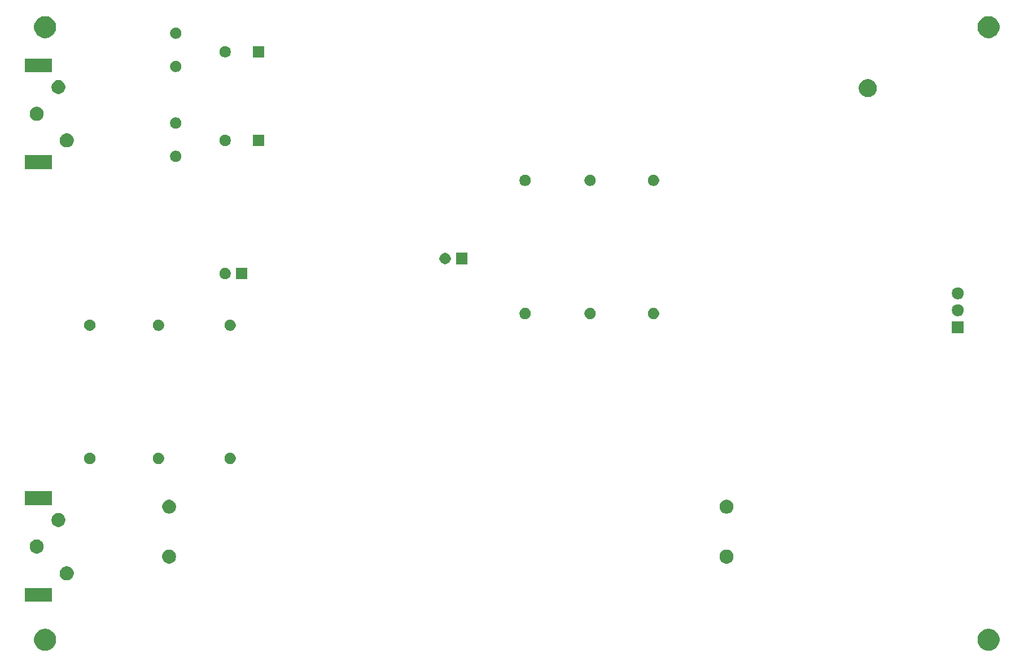
<source format=gbr>
G04 #@! TF.GenerationSoftware,KiCad,Pcbnew,(5.1.5-0)*
G04 #@! TF.CreationDate,2020-11-01T19:49:13+01:00*
G04 #@! TF.ProjectId,Phono preamp,50686f6e-6f20-4707-9265-616d702e6b69,rev?*
G04 #@! TF.SameCoordinates,Original*
G04 #@! TF.FileFunction,Soldermask,Bot*
G04 #@! TF.FilePolarity,Negative*
%FSLAX46Y46*%
G04 Gerber Fmt 4.6, Leading zero omitted, Abs format (unit mm)*
G04 Created by KiCad (PCBNEW (5.1.5-0)) date 2020-11-01 19:49:13*
%MOMM*%
%LPD*%
G04 APERTURE LIST*
%ADD10C,0.100000*%
G04 APERTURE END LIST*
D10*
G36*
X205875256Y-158391298D02*
G01*
X205981579Y-158412447D01*
X206282042Y-158536903D01*
X206552451Y-158717585D01*
X206782415Y-158947549D01*
X206963097Y-159217958D01*
X207087553Y-159518421D01*
X207151000Y-159837391D01*
X207151000Y-160162609D01*
X207087553Y-160481579D01*
X206963097Y-160782042D01*
X206782415Y-161052451D01*
X206552451Y-161282415D01*
X206282042Y-161463097D01*
X205981579Y-161587553D01*
X205875256Y-161608702D01*
X205662611Y-161651000D01*
X205337389Y-161651000D01*
X205124744Y-161608702D01*
X205018421Y-161587553D01*
X204717958Y-161463097D01*
X204447549Y-161282415D01*
X204217585Y-161052451D01*
X204036903Y-160782042D01*
X203912447Y-160481579D01*
X203849000Y-160162609D01*
X203849000Y-159837391D01*
X203912447Y-159518421D01*
X204036903Y-159217958D01*
X204217585Y-158947549D01*
X204447549Y-158717585D01*
X204717958Y-158536903D01*
X205018421Y-158412447D01*
X205124744Y-158391298D01*
X205337389Y-158349000D01*
X205662611Y-158349000D01*
X205875256Y-158391298D01*
G37*
G36*
X64375256Y-158391298D02*
G01*
X64481579Y-158412447D01*
X64782042Y-158536903D01*
X65052451Y-158717585D01*
X65282415Y-158947549D01*
X65463097Y-159217958D01*
X65587553Y-159518421D01*
X65651000Y-159837391D01*
X65651000Y-160162609D01*
X65587553Y-160481579D01*
X65463097Y-160782042D01*
X65282415Y-161052451D01*
X65052451Y-161282415D01*
X64782042Y-161463097D01*
X64481579Y-161587553D01*
X64375256Y-161608702D01*
X64162611Y-161651000D01*
X63837389Y-161651000D01*
X63624744Y-161608702D01*
X63518421Y-161587553D01*
X63217958Y-161463097D01*
X62947549Y-161282415D01*
X62717585Y-161052451D01*
X62536903Y-160782042D01*
X62412447Y-160481579D01*
X62349000Y-160162609D01*
X62349000Y-159837391D01*
X62412447Y-159518421D01*
X62536903Y-159217958D01*
X62717585Y-158947549D01*
X62947549Y-158717585D01*
X63217958Y-158536903D01*
X63518421Y-158412447D01*
X63624744Y-158391298D01*
X63837389Y-158349000D01*
X64162611Y-158349000D01*
X64375256Y-158391298D01*
G37*
G36*
X65051000Y-154301000D02*
G01*
X60949000Y-154301000D01*
X60949000Y-152199000D01*
X65051000Y-152199000D01*
X65051000Y-154301000D01*
G37*
G36*
X67556564Y-148989389D02*
G01*
X67747833Y-149068615D01*
X67747835Y-149068616D01*
X67919973Y-149183635D01*
X68066365Y-149330027D01*
X68181385Y-149502167D01*
X68260611Y-149693436D01*
X68301000Y-149896484D01*
X68301000Y-150103516D01*
X68260611Y-150306564D01*
X68181385Y-150497833D01*
X68181384Y-150497835D01*
X68066365Y-150669973D01*
X67919973Y-150816365D01*
X67747835Y-150931384D01*
X67747834Y-150931385D01*
X67747833Y-150931385D01*
X67556564Y-151010611D01*
X67353516Y-151051000D01*
X67146484Y-151051000D01*
X66943436Y-151010611D01*
X66752167Y-150931385D01*
X66752166Y-150931385D01*
X66752165Y-150931384D01*
X66580027Y-150816365D01*
X66433635Y-150669973D01*
X66318616Y-150497835D01*
X66318615Y-150497833D01*
X66239389Y-150306564D01*
X66199000Y-150103516D01*
X66199000Y-149896484D01*
X66239389Y-149693436D01*
X66318615Y-149502167D01*
X66433635Y-149330027D01*
X66580027Y-149183635D01*
X66752165Y-149068616D01*
X66752167Y-149068615D01*
X66943436Y-148989389D01*
X67146484Y-148949000D01*
X67353516Y-148949000D01*
X67556564Y-148989389D01*
G37*
G36*
X166506564Y-146489389D02*
G01*
X166697833Y-146568615D01*
X166697835Y-146568616D01*
X166869973Y-146683635D01*
X167016365Y-146830027D01*
X167084090Y-146931384D01*
X167131385Y-147002167D01*
X167210611Y-147193436D01*
X167251000Y-147396484D01*
X167251000Y-147603516D01*
X167210611Y-147806564D01*
X167131385Y-147997833D01*
X167131384Y-147997835D01*
X167016365Y-148169973D01*
X166869973Y-148316365D01*
X166697835Y-148431384D01*
X166697834Y-148431385D01*
X166697833Y-148431385D01*
X166506564Y-148510611D01*
X166303516Y-148551000D01*
X166096484Y-148551000D01*
X165893436Y-148510611D01*
X165702167Y-148431385D01*
X165702166Y-148431385D01*
X165702165Y-148431384D01*
X165530027Y-148316365D01*
X165383635Y-148169973D01*
X165268616Y-147997835D01*
X165268615Y-147997833D01*
X165189389Y-147806564D01*
X165149000Y-147603516D01*
X165149000Y-147396484D01*
X165189389Y-147193436D01*
X165268615Y-147002167D01*
X165315911Y-146931384D01*
X165383635Y-146830027D01*
X165530027Y-146683635D01*
X165702165Y-146568616D01*
X165702167Y-146568615D01*
X165893436Y-146489389D01*
X166096484Y-146449000D01*
X166303516Y-146449000D01*
X166506564Y-146489389D01*
G37*
G36*
X82906564Y-146489389D02*
G01*
X83097833Y-146568615D01*
X83097835Y-146568616D01*
X83269973Y-146683635D01*
X83416365Y-146830027D01*
X83484090Y-146931384D01*
X83531385Y-147002167D01*
X83610611Y-147193436D01*
X83651000Y-147396484D01*
X83651000Y-147603516D01*
X83610611Y-147806564D01*
X83531385Y-147997833D01*
X83531384Y-147997835D01*
X83416365Y-148169973D01*
X83269973Y-148316365D01*
X83097835Y-148431384D01*
X83097834Y-148431385D01*
X83097833Y-148431385D01*
X82906564Y-148510611D01*
X82703516Y-148551000D01*
X82496484Y-148551000D01*
X82293436Y-148510611D01*
X82102167Y-148431385D01*
X82102166Y-148431385D01*
X82102165Y-148431384D01*
X81930027Y-148316365D01*
X81783635Y-148169973D01*
X81668616Y-147997835D01*
X81668615Y-147997833D01*
X81589389Y-147806564D01*
X81549000Y-147603516D01*
X81549000Y-147396484D01*
X81589389Y-147193436D01*
X81668615Y-147002167D01*
X81715911Y-146931384D01*
X81783635Y-146830027D01*
X81930027Y-146683635D01*
X82102165Y-146568616D01*
X82102167Y-146568615D01*
X82293436Y-146489389D01*
X82496484Y-146449000D01*
X82703516Y-146449000D01*
X82906564Y-146489389D01*
G37*
G36*
X63056564Y-144989389D02*
G01*
X63247833Y-145068615D01*
X63247835Y-145068616D01*
X63419973Y-145183635D01*
X63566365Y-145330027D01*
X63681385Y-145502167D01*
X63760611Y-145693436D01*
X63801000Y-145896484D01*
X63801000Y-146103516D01*
X63760611Y-146306564D01*
X63684882Y-146489390D01*
X63681384Y-146497835D01*
X63566365Y-146669973D01*
X63419973Y-146816365D01*
X63247835Y-146931384D01*
X63247834Y-146931385D01*
X63247833Y-146931385D01*
X63056564Y-147010611D01*
X62853516Y-147051000D01*
X62646484Y-147051000D01*
X62443436Y-147010611D01*
X62252167Y-146931385D01*
X62252166Y-146931385D01*
X62252165Y-146931384D01*
X62080027Y-146816365D01*
X61933635Y-146669973D01*
X61818616Y-146497835D01*
X61815118Y-146489390D01*
X61739389Y-146306564D01*
X61699000Y-146103516D01*
X61699000Y-145896484D01*
X61739389Y-145693436D01*
X61818615Y-145502167D01*
X61933635Y-145330027D01*
X62080027Y-145183635D01*
X62252165Y-145068616D01*
X62252167Y-145068615D01*
X62443436Y-144989389D01*
X62646484Y-144949000D01*
X62853516Y-144949000D01*
X63056564Y-144989389D01*
G37*
G36*
X66306564Y-140989389D02*
G01*
X66497833Y-141068615D01*
X66497835Y-141068616D01*
X66669973Y-141183635D01*
X66816365Y-141330027D01*
X66931385Y-141502167D01*
X67010611Y-141693436D01*
X67051000Y-141896484D01*
X67051000Y-142103516D01*
X67010611Y-142306564D01*
X66931385Y-142497833D01*
X66931384Y-142497835D01*
X66816365Y-142669973D01*
X66669973Y-142816365D01*
X66497835Y-142931384D01*
X66497834Y-142931385D01*
X66497833Y-142931385D01*
X66306564Y-143010611D01*
X66103516Y-143051000D01*
X65896484Y-143051000D01*
X65693436Y-143010611D01*
X65502167Y-142931385D01*
X65502166Y-142931385D01*
X65502165Y-142931384D01*
X65330027Y-142816365D01*
X65183635Y-142669973D01*
X65068616Y-142497835D01*
X65068615Y-142497833D01*
X64989389Y-142306564D01*
X64949000Y-142103516D01*
X64949000Y-141896484D01*
X64989389Y-141693436D01*
X65068615Y-141502167D01*
X65183635Y-141330027D01*
X65330027Y-141183635D01*
X65502165Y-141068616D01*
X65502167Y-141068615D01*
X65693436Y-140989389D01*
X65896484Y-140949000D01*
X66103516Y-140949000D01*
X66306564Y-140989389D01*
G37*
G36*
X166506564Y-138989389D02*
G01*
X166697833Y-139068615D01*
X166697835Y-139068616D01*
X166869973Y-139183635D01*
X167016365Y-139330027D01*
X167131385Y-139502167D01*
X167210611Y-139693436D01*
X167251000Y-139896484D01*
X167251000Y-140103516D01*
X167210611Y-140306564D01*
X167131385Y-140497833D01*
X167131384Y-140497835D01*
X167016365Y-140669973D01*
X166869973Y-140816365D01*
X166697835Y-140931384D01*
X166697834Y-140931385D01*
X166697833Y-140931385D01*
X166506564Y-141010611D01*
X166303516Y-141051000D01*
X166096484Y-141051000D01*
X165893436Y-141010611D01*
X165702167Y-140931385D01*
X165702166Y-140931385D01*
X165702165Y-140931384D01*
X165530027Y-140816365D01*
X165383635Y-140669973D01*
X165268616Y-140497835D01*
X165268615Y-140497833D01*
X165189389Y-140306564D01*
X165149000Y-140103516D01*
X165149000Y-139896484D01*
X165189389Y-139693436D01*
X165268615Y-139502167D01*
X165383635Y-139330027D01*
X165530027Y-139183635D01*
X165702165Y-139068616D01*
X165702167Y-139068615D01*
X165893436Y-138989389D01*
X166096484Y-138949000D01*
X166303516Y-138949000D01*
X166506564Y-138989389D01*
G37*
G36*
X82906564Y-138989389D02*
G01*
X83097833Y-139068615D01*
X83097835Y-139068616D01*
X83269973Y-139183635D01*
X83416365Y-139330027D01*
X83531385Y-139502167D01*
X83610611Y-139693436D01*
X83651000Y-139896484D01*
X83651000Y-140103516D01*
X83610611Y-140306564D01*
X83531385Y-140497833D01*
X83531384Y-140497835D01*
X83416365Y-140669973D01*
X83269973Y-140816365D01*
X83097835Y-140931384D01*
X83097834Y-140931385D01*
X83097833Y-140931385D01*
X82906564Y-141010611D01*
X82703516Y-141051000D01*
X82496484Y-141051000D01*
X82293436Y-141010611D01*
X82102167Y-140931385D01*
X82102166Y-140931385D01*
X82102165Y-140931384D01*
X81930027Y-140816365D01*
X81783635Y-140669973D01*
X81668616Y-140497835D01*
X81668615Y-140497833D01*
X81589389Y-140306564D01*
X81549000Y-140103516D01*
X81549000Y-139896484D01*
X81589389Y-139693436D01*
X81668615Y-139502167D01*
X81783635Y-139330027D01*
X81930027Y-139183635D01*
X82102165Y-139068616D01*
X82102167Y-139068615D01*
X82293436Y-138989389D01*
X82496484Y-138949000D01*
X82703516Y-138949000D01*
X82906564Y-138989389D01*
G37*
G36*
X65051000Y-139801000D02*
G01*
X60949000Y-139801000D01*
X60949000Y-137699000D01*
X65051000Y-137699000D01*
X65051000Y-139801000D01*
G37*
G36*
X70948228Y-131931703D02*
G01*
X71103100Y-131995853D01*
X71242481Y-132088985D01*
X71361015Y-132207519D01*
X71454147Y-132346900D01*
X71518297Y-132501772D01*
X71551000Y-132666184D01*
X71551000Y-132833816D01*
X71518297Y-132998228D01*
X71454147Y-133153100D01*
X71361015Y-133292481D01*
X71242481Y-133411015D01*
X71103100Y-133504147D01*
X70948228Y-133568297D01*
X70783816Y-133601000D01*
X70616184Y-133601000D01*
X70451772Y-133568297D01*
X70296900Y-133504147D01*
X70157519Y-133411015D01*
X70038985Y-133292481D01*
X69945853Y-133153100D01*
X69881703Y-132998228D01*
X69849000Y-132833816D01*
X69849000Y-132666184D01*
X69881703Y-132501772D01*
X69945853Y-132346900D01*
X70038985Y-132207519D01*
X70157519Y-132088985D01*
X70296900Y-131995853D01*
X70451772Y-131931703D01*
X70616184Y-131899000D01*
X70783816Y-131899000D01*
X70948228Y-131931703D01*
G37*
G36*
X81248228Y-131931703D02*
G01*
X81403100Y-131995853D01*
X81542481Y-132088985D01*
X81661015Y-132207519D01*
X81754147Y-132346900D01*
X81818297Y-132501772D01*
X81851000Y-132666184D01*
X81851000Y-132833816D01*
X81818297Y-132998228D01*
X81754147Y-133153100D01*
X81661015Y-133292481D01*
X81542481Y-133411015D01*
X81403100Y-133504147D01*
X81248228Y-133568297D01*
X81083816Y-133601000D01*
X80916184Y-133601000D01*
X80751772Y-133568297D01*
X80596900Y-133504147D01*
X80457519Y-133411015D01*
X80338985Y-133292481D01*
X80245853Y-133153100D01*
X80181703Y-132998228D01*
X80149000Y-132833816D01*
X80149000Y-132666184D01*
X80181703Y-132501772D01*
X80245853Y-132346900D01*
X80338985Y-132207519D01*
X80457519Y-132088985D01*
X80596900Y-131995853D01*
X80751772Y-131931703D01*
X80916184Y-131899000D01*
X81083816Y-131899000D01*
X81248228Y-131931703D01*
G37*
G36*
X91998228Y-131931703D02*
G01*
X92153100Y-131995853D01*
X92292481Y-132088985D01*
X92411015Y-132207519D01*
X92504147Y-132346900D01*
X92568297Y-132501772D01*
X92601000Y-132666184D01*
X92601000Y-132833816D01*
X92568297Y-132998228D01*
X92504147Y-133153100D01*
X92411015Y-133292481D01*
X92292481Y-133411015D01*
X92153100Y-133504147D01*
X91998228Y-133568297D01*
X91833816Y-133601000D01*
X91666184Y-133601000D01*
X91501772Y-133568297D01*
X91346900Y-133504147D01*
X91207519Y-133411015D01*
X91088985Y-133292481D01*
X90995853Y-133153100D01*
X90931703Y-132998228D01*
X90899000Y-132833816D01*
X90899000Y-132666184D01*
X90931703Y-132501772D01*
X90995853Y-132346900D01*
X91088985Y-132207519D01*
X91207519Y-132088985D01*
X91346900Y-131995853D01*
X91501772Y-131931703D01*
X91666184Y-131899000D01*
X91833816Y-131899000D01*
X91998228Y-131931703D01*
G37*
G36*
X201801000Y-113951000D02*
G01*
X199999000Y-113951000D01*
X199999000Y-112149000D01*
X201801000Y-112149000D01*
X201801000Y-113951000D01*
G37*
G36*
X70948228Y-111931703D02*
G01*
X71103100Y-111995853D01*
X71242481Y-112088985D01*
X71361015Y-112207519D01*
X71454147Y-112346900D01*
X71518297Y-112501772D01*
X71551000Y-112666184D01*
X71551000Y-112833816D01*
X71518297Y-112998228D01*
X71454147Y-113153100D01*
X71361015Y-113292481D01*
X71242481Y-113411015D01*
X71103100Y-113504147D01*
X70948228Y-113568297D01*
X70783816Y-113601000D01*
X70616184Y-113601000D01*
X70451772Y-113568297D01*
X70296900Y-113504147D01*
X70157519Y-113411015D01*
X70038985Y-113292481D01*
X69945853Y-113153100D01*
X69881703Y-112998228D01*
X69849000Y-112833816D01*
X69849000Y-112666184D01*
X69881703Y-112501772D01*
X69945853Y-112346900D01*
X70038985Y-112207519D01*
X70157519Y-112088985D01*
X70296900Y-111995853D01*
X70451772Y-111931703D01*
X70616184Y-111899000D01*
X70783816Y-111899000D01*
X70948228Y-111931703D01*
G37*
G36*
X81248228Y-111931703D02*
G01*
X81403100Y-111995853D01*
X81542481Y-112088985D01*
X81661015Y-112207519D01*
X81754147Y-112346900D01*
X81818297Y-112501772D01*
X81851000Y-112666184D01*
X81851000Y-112833816D01*
X81818297Y-112998228D01*
X81754147Y-113153100D01*
X81661015Y-113292481D01*
X81542481Y-113411015D01*
X81403100Y-113504147D01*
X81248228Y-113568297D01*
X81083816Y-113601000D01*
X80916184Y-113601000D01*
X80751772Y-113568297D01*
X80596900Y-113504147D01*
X80457519Y-113411015D01*
X80338985Y-113292481D01*
X80245853Y-113153100D01*
X80181703Y-112998228D01*
X80149000Y-112833816D01*
X80149000Y-112666184D01*
X80181703Y-112501772D01*
X80245853Y-112346900D01*
X80338985Y-112207519D01*
X80457519Y-112088985D01*
X80596900Y-111995853D01*
X80751772Y-111931703D01*
X80916184Y-111899000D01*
X81083816Y-111899000D01*
X81248228Y-111931703D01*
G37*
G36*
X91998228Y-111931703D02*
G01*
X92153100Y-111995853D01*
X92292481Y-112088985D01*
X92411015Y-112207519D01*
X92504147Y-112346900D01*
X92568297Y-112501772D01*
X92601000Y-112666184D01*
X92601000Y-112833816D01*
X92568297Y-112998228D01*
X92504147Y-113153100D01*
X92411015Y-113292481D01*
X92292481Y-113411015D01*
X92153100Y-113504147D01*
X91998228Y-113568297D01*
X91833816Y-113601000D01*
X91666184Y-113601000D01*
X91501772Y-113568297D01*
X91346900Y-113504147D01*
X91207519Y-113411015D01*
X91088985Y-113292481D01*
X90995853Y-113153100D01*
X90931703Y-112998228D01*
X90899000Y-112833816D01*
X90899000Y-112666184D01*
X90931703Y-112501772D01*
X90995853Y-112346900D01*
X91088985Y-112207519D01*
X91207519Y-112088985D01*
X91346900Y-111995853D01*
X91501772Y-111931703D01*
X91666184Y-111899000D01*
X91833816Y-111899000D01*
X91998228Y-111931703D01*
G37*
G36*
X136248228Y-110181703D02*
G01*
X136403100Y-110245853D01*
X136542481Y-110338985D01*
X136661015Y-110457519D01*
X136754147Y-110596900D01*
X136818297Y-110751772D01*
X136851000Y-110916184D01*
X136851000Y-111083816D01*
X136818297Y-111248228D01*
X136754147Y-111403100D01*
X136661015Y-111542481D01*
X136542481Y-111661015D01*
X136403100Y-111754147D01*
X136248228Y-111818297D01*
X136083816Y-111851000D01*
X135916184Y-111851000D01*
X135751772Y-111818297D01*
X135596900Y-111754147D01*
X135457519Y-111661015D01*
X135338985Y-111542481D01*
X135245853Y-111403100D01*
X135181703Y-111248228D01*
X135149000Y-111083816D01*
X135149000Y-110916184D01*
X135181703Y-110751772D01*
X135245853Y-110596900D01*
X135338985Y-110457519D01*
X135457519Y-110338985D01*
X135596900Y-110245853D01*
X135751772Y-110181703D01*
X135916184Y-110149000D01*
X136083816Y-110149000D01*
X136248228Y-110181703D01*
G37*
G36*
X145998228Y-110181703D02*
G01*
X146153100Y-110245853D01*
X146292481Y-110338985D01*
X146411015Y-110457519D01*
X146504147Y-110596900D01*
X146568297Y-110751772D01*
X146601000Y-110916184D01*
X146601000Y-111083816D01*
X146568297Y-111248228D01*
X146504147Y-111403100D01*
X146411015Y-111542481D01*
X146292481Y-111661015D01*
X146153100Y-111754147D01*
X145998228Y-111818297D01*
X145833816Y-111851000D01*
X145666184Y-111851000D01*
X145501772Y-111818297D01*
X145346900Y-111754147D01*
X145207519Y-111661015D01*
X145088985Y-111542481D01*
X144995853Y-111403100D01*
X144931703Y-111248228D01*
X144899000Y-111083816D01*
X144899000Y-110916184D01*
X144931703Y-110751772D01*
X144995853Y-110596900D01*
X145088985Y-110457519D01*
X145207519Y-110338985D01*
X145346900Y-110245853D01*
X145501772Y-110181703D01*
X145666184Y-110149000D01*
X145833816Y-110149000D01*
X145998228Y-110181703D01*
G37*
G36*
X155498228Y-110181703D02*
G01*
X155653100Y-110245853D01*
X155792481Y-110338985D01*
X155911015Y-110457519D01*
X156004147Y-110596900D01*
X156068297Y-110751772D01*
X156101000Y-110916184D01*
X156101000Y-111083816D01*
X156068297Y-111248228D01*
X156004147Y-111403100D01*
X155911015Y-111542481D01*
X155792481Y-111661015D01*
X155653100Y-111754147D01*
X155498228Y-111818297D01*
X155333816Y-111851000D01*
X155166184Y-111851000D01*
X155001772Y-111818297D01*
X154846900Y-111754147D01*
X154707519Y-111661015D01*
X154588985Y-111542481D01*
X154495853Y-111403100D01*
X154431703Y-111248228D01*
X154399000Y-111083816D01*
X154399000Y-110916184D01*
X154431703Y-110751772D01*
X154495853Y-110596900D01*
X154588985Y-110457519D01*
X154707519Y-110338985D01*
X154846900Y-110245853D01*
X155001772Y-110181703D01*
X155166184Y-110149000D01*
X155333816Y-110149000D01*
X155498228Y-110181703D01*
G37*
G36*
X201013512Y-109613927D02*
G01*
X201162812Y-109643624D01*
X201326784Y-109711544D01*
X201474354Y-109810147D01*
X201599853Y-109935646D01*
X201698456Y-110083216D01*
X201766376Y-110247188D01*
X201801000Y-110421259D01*
X201801000Y-110598741D01*
X201766376Y-110772812D01*
X201698456Y-110936784D01*
X201599853Y-111084354D01*
X201474354Y-111209853D01*
X201326784Y-111308456D01*
X201162812Y-111376376D01*
X201013512Y-111406073D01*
X200988742Y-111411000D01*
X200811258Y-111411000D01*
X200786488Y-111406073D01*
X200637188Y-111376376D01*
X200473216Y-111308456D01*
X200325646Y-111209853D01*
X200200147Y-111084354D01*
X200101544Y-110936784D01*
X200033624Y-110772812D01*
X199999000Y-110598741D01*
X199999000Y-110421259D01*
X200033624Y-110247188D01*
X200101544Y-110083216D01*
X200200147Y-109935646D01*
X200325646Y-109810147D01*
X200473216Y-109711544D01*
X200637188Y-109643624D01*
X200786488Y-109613927D01*
X200811258Y-109609000D01*
X200988742Y-109609000D01*
X201013512Y-109613927D01*
G37*
G36*
X201013512Y-107073927D02*
G01*
X201162812Y-107103624D01*
X201326784Y-107171544D01*
X201474354Y-107270147D01*
X201599853Y-107395646D01*
X201698456Y-107543216D01*
X201766376Y-107707188D01*
X201801000Y-107881259D01*
X201801000Y-108058741D01*
X201766376Y-108232812D01*
X201698456Y-108396784D01*
X201599853Y-108544354D01*
X201474354Y-108669853D01*
X201326784Y-108768456D01*
X201162812Y-108836376D01*
X201013512Y-108866073D01*
X200988742Y-108871000D01*
X200811258Y-108871000D01*
X200786488Y-108866073D01*
X200637188Y-108836376D01*
X200473216Y-108768456D01*
X200325646Y-108669853D01*
X200200147Y-108544354D01*
X200101544Y-108396784D01*
X200033624Y-108232812D01*
X199999000Y-108058741D01*
X199999000Y-107881259D01*
X200033624Y-107707188D01*
X200101544Y-107543216D01*
X200200147Y-107395646D01*
X200325646Y-107270147D01*
X200473216Y-107171544D01*
X200637188Y-107103624D01*
X200786488Y-107073927D01*
X200811258Y-107069000D01*
X200988742Y-107069000D01*
X201013512Y-107073927D01*
G37*
G36*
X94351000Y-105851000D02*
G01*
X92649000Y-105851000D01*
X92649000Y-104149000D01*
X94351000Y-104149000D01*
X94351000Y-105851000D01*
G37*
G36*
X91248228Y-104181703D02*
G01*
X91403100Y-104245853D01*
X91542481Y-104338985D01*
X91661015Y-104457519D01*
X91754147Y-104596900D01*
X91818297Y-104751772D01*
X91851000Y-104916184D01*
X91851000Y-105083816D01*
X91818297Y-105248228D01*
X91754147Y-105403100D01*
X91661015Y-105542481D01*
X91542481Y-105661015D01*
X91403100Y-105754147D01*
X91248228Y-105818297D01*
X91083816Y-105851000D01*
X90916184Y-105851000D01*
X90751772Y-105818297D01*
X90596900Y-105754147D01*
X90457519Y-105661015D01*
X90338985Y-105542481D01*
X90245853Y-105403100D01*
X90181703Y-105248228D01*
X90149000Y-105083816D01*
X90149000Y-104916184D01*
X90181703Y-104751772D01*
X90245853Y-104596900D01*
X90338985Y-104457519D01*
X90457519Y-104338985D01*
X90596900Y-104245853D01*
X90751772Y-104181703D01*
X90916184Y-104149000D01*
X91083816Y-104149000D01*
X91248228Y-104181703D01*
G37*
G36*
X127351000Y-103601000D02*
G01*
X125649000Y-103601000D01*
X125649000Y-101899000D01*
X127351000Y-101899000D01*
X127351000Y-103601000D01*
G37*
G36*
X124248228Y-101931703D02*
G01*
X124403100Y-101995853D01*
X124542481Y-102088985D01*
X124661015Y-102207519D01*
X124754147Y-102346900D01*
X124818297Y-102501772D01*
X124851000Y-102666184D01*
X124851000Y-102833816D01*
X124818297Y-102998228D01*
X124754147Y-103153100D01*
X124661015Y-103292481D01*
X124542481Y-103411015D01*
X124403100Y-103504147D01*
X124248228Y-103568297D01*
X124083816Y-103601000D01*
X123916184Y-103601000D01*
X123751772Y-103568297D01*
X123596900Y-103504147D01*
X123457519Y-103411015D01*
X123338985Y-103292481D01*
X123245853Y-103153100D01*
X123181703Y-102998228D01*
X123149000Y-102833816D01*
X123149000Y-102666184D01*
X123181703Y-102501772D01*
X123245853Y-102346900D01*
X123338985Y-102207519D01*
X123457519Y-102088985D01*
X123596900Y-101995853D01*
X123751772Y-101931703D01*
X123916184Y-101899000D01*
X124083816Y-101899000D01*
X124248228Y-101931703D01*
G37*
G36*
X155498228Y-90181703D02*
G01*
X155653100Y-90245853D01*
X155792481Y-90338985D01*
X155911015Y-90457519D01*
X156004147Y-90596900D01*
X156068297Y-90751772D01*
X156101000Y-90916184D01*
X156101000Y-91083816D01*
X156068297Y-91248228D01*
X156004147Y-91403100D01*
X155911015Y-91542481D01*
X155792481Y-91661015D01*
X155653100Y-91754147D01*
X155498228Y-91818297D01*
X155333816Y-91851000D01*
X155166184Y-91851000D01*
X155001772Y-91818297D01*
X154846900Y-91754147D01*
X154707519Y-91661015D01*
X154588985Y-91542481D01*
X154495853Y-91403100D01*
X154431703Y-91248228D01*
X154399000Y-91083816D01*
X154399000Y-90916184D01*
X154431703Y-90751772D01*
X154495853Y-90596900D01*
X154588985Y-90457519D01*
X154707519Y-90338985D01*
X154846900Y-90245853D01*
X155001772Y-90181703D01*
X155166184Y-90149000D01*
X155333816Y-90149000D01*
X155498228Y-90181703D01*
G37*
G36*
X145998228Y-90181703D02*
G01*
X146153100Y-90245853D01*
X146292481Y-90338985D01*
X146411015Y-90457519D01*
X146504147Y-90596900D01*
X146568297Y-90751772D01*
X146601000Y-90916184D01*
X146601000Y-91083816D01*
X146568297Y-91248228D01*
X146504147Y-91403100D01*
X146411015Y-91542481D01*
X146292481Y-91661015D01*
X146153100Y-91754147D01*
X145998228Y-91818297D01*
X145833816Y-91851000D01*
X145666184Y-91851000D01*
X145501772Y-91818297D01*
X145346900Y-91754147D01*
X145207519Y-91661015D01*
X145088985Y-91542481D01*
X144995853Y-91403100D01*
X144931703Y-91248228D01*
X144899000Y-91083816D01*
X144899000Y-90916184D01*
X144931703Y-90751772D01*
X144995853Y-90596900D01*
X145088985Y-90457519D01*
X145207519Y-90338985D01*
X145346900Y-90245853D01*
X145501772Y-90181703D01*
X145666184Y-90149000D01*
X145833816Y-90149000D01*
X145998228Y-90181703D01*
G37*
G36*
X136248228Y-90181703D02*
G01*
X136403100Y-90245853D01*
X136542481Y-90338985D01*
X136661015Y-90457519D01*
X136754147Y-90596900D01*
X136818297Y-90751772D01*
X136851000Y-90916184D01*
X136851000Y-91083816D01*
X136818297Y-91248228D01*
X136754147Y-91403100D01*
X136661015Y-91542481D01*
X136542481Y-91661015D01*
X136403100Y-91754147D01*
X136248228Y-91818297D01*
X136083816Y-91851000D01*
X135916184Y-91851000D01*
X135751772Y-91818297D01*
X135596900Y-91754147D01*
X135457519Y-91661015D01*
X135338985Y-91542481D01*
X135245853Y-91403100D01*
X135181703Y-91248228D01*
X135149000Y-91083816D01*
X135149000Y-90916184D01*
X135181703Y-90751772D01*
X135245853Y-90596900D01*
X135338985Y-90457519D01*
X135457519Y-90338985D01*
X135596900Y-90245853D01*
X135751772Y-90181703D01*
X135916184Y-90149000D01*
X136083816Y-90149000D01*
X136248228Y-90181703D01*
G37*
G36*
X65051000Y-89301000D02*
G01*
X60949000Y-89301000D01*
X60949000Y-87199000D01*
X65051000Y-87199000D01*
X65051000Y-89301000D01*
G37*
G36*
X83848228Y-86581703D02*
G01*
X84003100Y-86645853D01*
X84142481Y-86738985D01*
X84261015Y-86857519D01*
X84354147Y-86996900D01*
X84418297Y-87151772D01*
X84451000Y-87316184D01*
X84451000Y-87483816D01*
X84418297Y-87648228D01*
X84354147Y-87803100D01*
X84261015Y-87942481D01*
X84142481Y-88061015D01*
X84003100Y-88154147D01*
X83848228Y-88218297D01*
X83683816Y-88251000D01*
X83516184Y-88251000D01*
X83351772Y-88218297D01*
X83196900Y-88154147D01*
X83057519Y-88061015D01*
X82938985Y-87942481D01*
X82845853Y-87803100D01*
X82781703Y-87648228D01*
X82749000Y-87483816D01*
X82749000Y-87316184D01*
X82781703Y-87151772D01*
X82845853Y-86996900D01*
X82938985Y-86857519D01*
X83057519Y-86738985D01*
X83196900Y-86645853D01*
X83351772Y-86581703D01*
X83516184Y-86549000D01*
X83683816Y-86549000D01*
X83848228Y-86581703D01*
G37*
G36*
X67556564Y-83989389D02*
G01*
X67747833Y-84068615D01*
X67747835Y-84068616D01*
X67868138Y-84149000D01*
X67919973Y-84183635D01*
X68066365Y-84330027D01*
X68181385Y-84502167D01*
X68260611Y-84693436D01*
X68301000Y-84896484D01*
X68301000Y-85103516D01*
X68260611Y-85306564D01*
X68181385Y-85497833D01*
X68181384Y-85497835D01*
X68066365Y-85669973D01*
X67919973Y-85816365D01*
X67747835Y-85931384D01*
X67747834Y-85931385D01*
X67747833Y-85931385D01*
X67556564Y-86010611D01*
X67353516Y-86051000D01*
X67146484Y-86051000D01*
X66943436Y-86010611D01*
X66752167Y-85931385D01*
X66752166Y-85931385D01*
X66752165Y-85931384D01*
X66580027Y-85816365D01*
X66433635Y-85669973D01*
X66318616Y-85497835D01*
X66318615Y-85497833D01*
X66239389Y-85306564D01*
X66199000Y-85103516D01*
X66199000Y-84896484D01*
X66239389Y-84693436D01*
X66318615Y-84502167D01*
X66433635Y-84330027D01*
X66580027Y-84183635D01*
X66631862Y-84149000D01*
X66752165Y-84068616D01*
X66752167Y-84068615D01*
X66943436Y-83989389D01*
X67146484Y-83949000D01*
X67353516Y-83949000D01*
X67556564Y-83989389D01*
G37*
G36*
X91248228Y-84181703D02*
G01*
X91403100Y-84245853D01*
X91542481Y-84338985D01*
X91661015Y-84457519D01*
X91754147Y-84596900D01*
X91818297Y-84751772D01*
X91851000Y-84916184D01*
X91851000Y-85083816D01*
X91818297Y-85248228D01*
X91754147Y-85403100D01*
X91661015Y-85542481D01*
X91542481Y-85661015D01*
X91403100Y-85754147D01*
X91248228Y-85818297D01*
X91083816Y-85851000D01*
X90916184Y-85851000D01*
X90751772Y-85818297D01*
X90596900Y-85754147D01*
X90457519Y-85661015D01*
X90338985Y-85542481D01*
X90245853Y-85403100D01*
X90181703Y-85248228D01*
X90149000Y-85083816D01*
X90149000Y-84916184D01*
X90181703Y-84751772D01*
X90245853Y-84596900D01*
X90338985Y-84457519D01*
X90457519Y-84338985D01*
X90596900Y-84245853D01*
X90751772Y-84181703D01*
X90916184Y-84149000D01*
X91083816Y-84149000D01*
X91248228Y-84181703D01*
G37*
G36*
X96851000Y-85851000D02*
G01*
X95149000Y-85851000D01*
X95149000Y-84149000D01*
X96851000Y-84149000D01*
X96851000Y-85851000D01*
G37*
G36*
X83848228Y-81581703D02*
G01*
X84003100Y-81645853D01*
X84142481Y-81738985D01*
X84261015Y-81857519D01*
X84354147Y-81996900D01*
X84418297Y-82151772D01*
X84451000Y-82316184D01*
X84451000Y-82483816D01*
X84418297Y-82648228D01*
X84354147Y-82803100D01*
X84261015Y-82942481D01*
X84142481Y-83061015D01*
X84003100Y-83154147D01*
X83848228Y-83218297D01*
X83683816Y-83251000D01*
X83516184Y-83251000D01*
X83351772Y-83218297D01*
X83196900Y-83154147D01*
X83057519Y-83061015D01*
X82938985Y-82942481D01*
X82845853Y-82803100D01*
X82781703Y-82648228D01*
X82749000Y-82483816D01*
X82749000Y-82316184D01*
X82781703Y-82151772D01*
X82845853Y-81996900D01*
X82938985Y-81857519D01*
X83057519Y-81738985D01*
X83196900Y-81645853D01*
X83351772Y-81581703D01*
X83516184Y-81549000D01*
X83683816Y-81549000D01*
X83848228Y-81581703D01*
G37*
G36*
X63056564Y-79989389D02*
G01*
X63247833Y-80068615D01*
X63247835Y-80068616D01*
X63419973Y-80183635D01*
X63566365Y-80330027D01*
X63681385Y-80502167D01*
X63760611Y-80693436D01*
X63801000Y-80896484D01*
X63801000Y-81103516D01*
X63760611Y-81306564D01*
X63681385Y-81497833D01*
X63681384Y-81497835D01*
X63566365Y-81669973D01*
X63419973Y-81816365D01*
X63247835Y-81931384D01*
X63247834Y-81931385D01*
X63247833Y-81931385D01*
X63056564Y-82010611D01*
X62853516Y-82051000D01*
X62646484Y-82051000D01*
X62443436Y-82010611D01*
X62252167Y-81931385D01*
X62252166Y-81931385D01*
X62252165Y-81931384D01*
X62080027Y-81816365D01*
X61933635Y-81669973D01*
X61818616Y-81497835D01*
X61818615Y-81497833D01*
X61739389Y-81306564D01*
X61699000Y-81103516D01*
X61699000Y-80896484D01*
X61739389Y-80693436D01*
X61818615Y-80502167D01*
X61933635Y-80330027D01*
X62080027Y-80183635D01*
X62252165Y-80068616D01*
X62252167Y-80068615D01*
X62443436Y-79989389D01*
X62646484Y-79949000D01*
X62853516Y-79949000D01*
X63056564Y-79989389D01*
G37*
G36*
X187794072Y-75850918D02*
G01*
X188039939Y-75952759D01*
X188151328Y-76027187D01*
X188261211Y-76100609D01*
X188449391Y-76288789D01*
X188597242Y-76510063D01*
X188699082Y-76755928D01*
X188751000Y-77016937D01*
X188751000Y-77283063D01*
X188708279Y-77497835D01*
X188699082Y-77544072D01*
X188597241Y-77789939D01*
X188522813Y-77901328D01*
X188449793Y-78010610D01*
X188449390Y-78011212D01*
X188261212Y-78199390D01*
X188039939Y-78347241D01*
X188039938Y-78347242D01*
X188039937Y-78347242D01*
X187794072Y-78449082D01*
X187533063Y-78501000D01*
X187266937Y-78501000D01*
X187005928Y-78449082D01*
X186760063Y-78347242D01*
X186760062Y-78347242D01*
X186760061Y-78347241D01*
X186538788Y-78199390D01*
X186350610Y-78011212D01*
X186350208Y-78010610D01*
X186277187Y-77901328D01*
X186202759Y-77789939D01*
X186100918Y-77544072D01*
X186091721Y-77497835D01*
X186049000Y-77283063D01*
X186049000Y-77016937D01*
X186100918Y-76755928D01*
X186202758Y-76510063D01*
X186350609Y-76288789D01*
X186538789Y-76100609D01*
X186648672Y-76027187D01*
X186760061Y-75952759D01*
X187005928Y-75850918D01*
X187266937Y-75799000D01*
X187533063Y-75799000D01*
X187794072Y-75850918D01*
G37*
G36*
X66306564Y-75989389D02*
G01*
X66497833Y-76068615D01*
X66497835Y-76068616D01*
X66545716Y-76100609D01*
X66669973Y-76183635D01*
X66816365Y-76330027D01*
X66931385Y-76502167D01*
X67010611Y-76693436D01*
X67051000Y-76896484D01*
X67051000Y-77103516D01*
X67010611Y-77306564D01*
X66931385Y-77497833D01*
X66931384Y-77497835D01*
X66816365Y-77669973D01*
X66669973Y-77816365D01*
X66497835Y-77931384D01*
X66497834Y-77931385D01*
X66497833Y-77931385D01*
X66306564Y-78010611D01*
X66103516Y-78051000D01*
X65896484Y-78051000D01*
X65693436Y-78010611D01*
X65502167Y-77931385D01*
X65502166Y-77931385D01*
X65502165Y-77931384D01*
X65330027Y-77816365D01*
X65183635Y-77669973D01*
X65068616Y-77497835D01*
X65068615Y-77497833D01*
X64989389Y-77306564D01*
X64949000Y-77103516D01*
X64949000Y-76896484D01*
X64989389Y-76693436D01*
X65068615Y-76502167D01*
X65183635Y-76330027D01*
X65330027Y-76183635D01*
X65454284Y-76100609D01*
X65502165Y-76068616D01*
X65502167Y-76068615D01*
X65693436Y-75989389D01*
X65896484Y-75949000D01*
X66103516Y-75949000D01*
X66306564Y-75989389D01*
G37*
G36*
X65051000Y-74801000D02*
G01*
X60949000Y-74801000D01*
X60949000Y-72699000D01*
X65051000Y-72699000D01*
X65051000Y-74801000D01*
G37*
G36*
X83848228Y-73081703D02*
G01*
X84003100Y-73145853D01*
X84142481Y-73238985D01*
X84261015Y-73357519D01*
X84354147Y-73496900D01*
X84418297Y-73651772D01*
X84451000Y-73816184D01*
X84451000Y-73983816D01*
X84418297Y-74148228D01*
X84354147Y-74303100D01*
X84261015Y-74442481D01*
X84142481Y-74561015D01*
X84003100Y-74654147D01*
X83848228Y-74718297D01*
X83683816Y-74751000D01*
X83516184Y-74751000D01*
X83351772Y-74718297D01*
X83196900Y-74654147D01*
X83057519Y-74561015D01*
X82938985Y-74442481D01*
X82845853Y-74303100D01*
X82781703Y-74148228D01*
X82749000Y-73983816D01*
X82749000Y-73816184D01*
X82781703Y-73651772D01*
X82845853Y-73496900D01*
X82938985Y-73357519D01*
X83057519Y-73238985D01*
X83196900Y-73145853D01*
X83351772Y-73081703D01*
X83516184Y-73049000D01*
X83683816Y-73049000D01*
X83848228Y-73081703D01*
G37*
G36*
X91248228Y-70881703D02*
G01*
X91403100Y-70945853D01*
X91542481Y-71038985D01*
X91661015Y-71157519D01*
X91754147Y-71296900D01*
X91818297Y-71451772D01*
X91851000Y-71616184D01*
X91851000Y-71783816D01*
X91818297Y-71948228D01*
X91754147Y-72103100D01*
X91661015Y-72242481D01*
X91542481Y-72361015D01*
X91403100Y-72454147D01*
X91248228Y-72518297D01*
X91083816Y-72551000D01*
X90916184Y-72551000D01*
X90751772Y-72518297D01*
X90596900Y-72454147D01*
X90457519Y-72361015D01*
X90338985Y-72242481D01*
X90245853Y-72103100D01*
X90181703Y-71948228D01*
X90149000Y-71783816D01*
X90149000Y-71616184D01*
X90181703Y-71451772D01*
X90245853Y-71296900D01*
X90338985Y-71157519D01*
X90457519Y-71038985D01*
X90596900Y-70945853D01*
X90751772Y-70881703D01*
X90916184Y-70849000D01*
X91083816Y-70849000D01*
X91248228Y-70881703D01*
G37*
G36*
X96851000Y-72551000D02*
G01*
X95149000Y-72551000D01*
X95149000Y-70849000D01*
X96851000Y-70849000D01*
X96851000Y-72551000D01*
G37*
G36*
X83848228Y-68081703D02*
G01*
X84003100Y-68145853D01*
X84142481Y-68238985D01*
X84261015Y-68357519D01*
X84354147Y-68496900D01*
X84418297Y-68651772D01*
X84451000Y-68816184D01*
X84451000Y-68983816D01*
X84418297Y-69148228D01*
X84354147Y-69303100D01*
X84261015Y-69442481D01*
X84142481Y-69561015D01*
X84003100Y-69654147D01*
X83848228Y-69718297D01*
X83683816Y-69751000D01*
X83516184Y-69751000D01*
X83351772Y-69718297D01*
X83196900Y-69654147D01*
X83057519Y-69561015D01*
X82938985Y-69442481D01*
X82845853Y-69303100D01*
X82781703Y-69148228D01*
X82749000Y-68983816D01*
X82749000Y-68816184D01*
X82781703Y-68651772D01*
X82845853Y-68496900D01*
X82938985Y-68357519D01*
X83057519Y-68238985D01*
X83196900Y-68145853D01*
X83351772Y-68081703D01*
X83516184Y-68049000D01*
X83683816Y-68049000D01*
X83848228Y-68081703D01*
G37*
G36*
X205875256Y-66391298D02*
G01*
X205981579Y-66412447D01*
X206282042Y-66536903D01*
X206552451Y-66717585D01*
X206782415Y-66947549D01*
X206963097Y-67217958D01*
X207087553Y-67518421D01*
X207151000Y-67837391D01*
X207151000Y-68162609D01*
X207087553Y-68481579D01*
X206963097Y-68782042D01*
X206782415Y-69052451D01*
X206552451Y-69282415D01*
X206282042Y-69463097D01*
X205981579Y-69587553D01*
X205875256Y-69608702D01*
X205662611Y-69651000D01*
X205337389Y-69651000D01*
X205124744Y-69608702D01*
X205018421Y-69587553D01*
X204717958Y-69463097D01*
X204447549Y-69282415D01*
X204217585Y-69052451D01*
X204036903Y-68782042D01*
X203912447Y-68481579D01*
X203849000Y-68162609D01*
X203849000Y-67837391D01*
X203912447Y-67518421D01*
X204036903Y-67217958D01*
X204217585Y-66947549D01*
X204447549Y-66717585D01*
X204717958Y-66536903D01*
X205018421Y-66412447D01*
X205124744Y-66391298D01*
X205337389Y-66349000D01*
X205662611Y-66349000D01*
X205875256Y-66391298D01*
G37*
G36*
X64375256Y-66391298D02*
G01*
X64481579Y-66412447D01*
X64782042Y-66536903D01*
X65052451Y-66717585D01*
X65282415Y-66947549D01*
X65463097Y-67217958D01*
X65587553Y-67518421D01*
X65651000Y-67837391D01*
X65651000Y-68162609D01*
X65587553Y-68481579D01*
X65463097Y-68782042D01*
X65282415Y-69052451D01*
X65052451Y-69282415D01*
X64782042Y-69463097D01*
X64481579Y-69587553D01*
X64375256Y-69608702D01*
X64162611Y-69651000D01*
X63837389Y-69651000D01*
X63624744Y-69608702D01*
X63518421Y-69587553D01*
X63217958Y-69463097D01*
X62947549Y-69282415D01*
X62717585Y-69052451D01*
X62536903Y-68782042D01*
X62412447Y-68481579D01*
X62349000Y-68162609D01*
X62349000Y-67837391D01*
X62412447Y-67518421D01*
X62536903Y-67217958D01*
X62717585Y-66947549D01*
X62947549Y-66717585D01*
X63217958Y-66536903D01*
X63518421Y-66412447D01*
X63624744Y-66391298D01*
X63837389Y-66349000D01*
X64162611Y-66349000D01*
X64375256Y-66391298D01*
G37*
M02*

</source>
